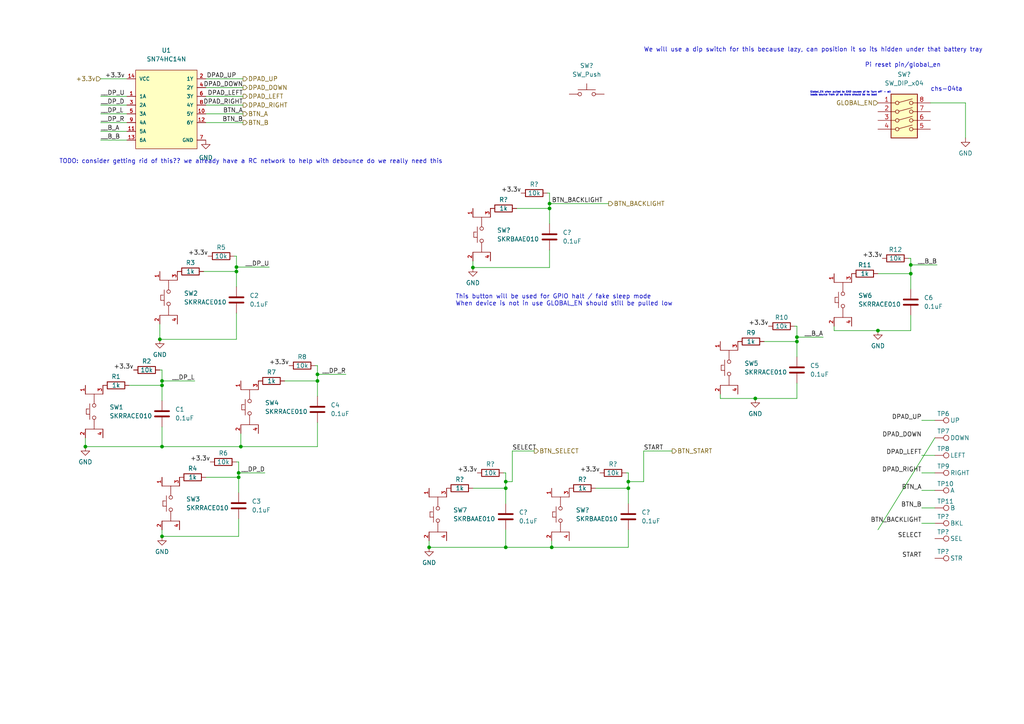
<source format=kicad_sch>
(kicad_sch (version 20210621) (generator eeschema)
  (paper "A4")
  (title_block (title "Gamepad buttons") (rev "indev"))
  (lib_symbols
    (symbol "Connector:TestPoint" (pin_numbers hide) (pin_names (offset 0.762) hide)
      (property "Reference" "TP" (at 0 6.858 0))
      (property "Value" "TestPoint" (at 0 5.08 0))
      (symbol "TestPoint_0_1"
        (circle (center 0 3.302) (radius 0.762))
      )
      (symbol "TestPoint_1_1"
        (pin passive line (at 0 0 90) (length 2.54) (name "1") (number "1"))
      )
    )
    (symbol "Device:C" (pin_numbers hide) (pin_names (offset 0.254))
      (property "Reference" "C" (at 0.635 2.54 0))
      (property "Value" "C" (at 0.635 -2.54 0))
      (symbol "C_0_1"
        (polyline (pts (xy -2.032 -0.762) (xy 2.032 -0.762)) (stroke (width 0.508)))
        (polyline (pts (xy -2.032 0.762) (xy 2.032 0.762)) (stroke (width 0.508)))
      )
      (symbol "C_1_1"
        (pin passive line (at 0 3.81 270) (length 2.794) (name "~") (number "1"))
        (pin passive line (at 0 -3.81 90) (length 2.794) (name "~") (number "2"))
      )
    )
    (symbol "Device:R" (pin_numbers hide) (pin_names (offset 0))
      (property "Reference" "R" (at 2.032 0 90))
      (property "Value" "R" (at 0 0 90))
      (symbol "R_0_1"
        (rectangle (start -1.016 -2.54) (end 1.016 2.54) (stroke (width 0.254)))
      )
      (symbol "R_1_1"
        (pin passive line (at 0 3.81 270) (length 1.27) (name "~") (number "1"))
        (pin passive line (at 0 -3.81 90) (length 1.27) (name "~") (number "2"))
      )
    )
    (symbol "EECBTN:SKRBAAE010" (pin_names (offset 1.016))
      (property "Reference" "SW" (at 0 2.54 0))
      (property "Value" "SKRBAAE010" (at 0 5.08 0))
      (symbol "SKRBAAE010_1_1"
        (circle (center 8.382 -2.54) (radius 0.508))
        (circle (center 11.938 -2.54) (radius 0.508))
        (polyline (pts (xy 5.08 0) (xy 5.08 -5.08)))
        (polyline (pts (xy 7.874 -2.54) (xy 5.08 -2.54)))
        (polyline (pts (xy 7.874 -1.27) (xy 12.446 -1.27)))
        (polyline (pts (xy 9.398 -1.27) (xy 9.398 -0.254)))
        (polyline (pts (xy 9.398 -0.254) (xy 10.922 -0.254)))
        (polyline (pts (xy 10.922 -0.254) (xy 10.922 -1.016)))
        (polyline (pts (xy 12.446 -2.54) (xy 15.24 -2.54)))
        (polyline (pts (xy 15.24 0) (xy 15.24 -5.08)))
        (pin passive line (at 17.78 0 180) (length 2.54) (name "1") (number "1"))
        (pin passive line (at 2.54 0 0) (length 2.54) (name "2") (number "2"))
        (pin passive line (at 17.78 -5.08 180) (length 2.54) (name "3") (number "3"))
        (pin passive line (at 2.54 -5.08 0) (length 2.54) (name "4") (number "4"))
      )
    )
    (symbol "EECBTN:SKRRACE010" (pin_names (offset 1.016))
      (property "Reference" "SW" (at 0 2.54 0))
      (property "Value" "SKRRACE010" (at 0 5.08 0))
      (symbol "SKRRACE010_1_1"
        (circle (center 8.382 -2.54) (radius 0.508))
        (circle (center 11.938 -2.54) (radius 0.508))
        (polyline (pts (xy 5.08 0) (xy 5.08 -5.08)))
        (polyline (pts (xy 7.874 -2.54) (xy 5.08 -2.54)))
        (polyline (pts (xy 7.874 -1.27) (xy 12.446 -1.27)))
        (polyline (pts (xy 9.398 -1.27) (xy 9.398 -0.254)))
        (polyline (pts (xy 9.398 -0.254) (xy 10.922 -0.254)))
        (polyline (pts (xy 10.922 -0.254) (xy 10.922 -1.016)))
        (polyline (pts (xy 12.446 -2.54) (xy 15.24 -2.54)))
        (polyline (pts (xy 15.24 0) (xy 15.24 -5.08)))
        (pin passive line (at 17.78 0 180) (length 2.54) (name "1") (number "1"))
        (pin passive line (at 2.54 0 0) (length 2.54) (name "2") (number "2"))
        (pin passive line (at 17.78 -5.08 180) (length 2.54) (name "3") (number "3"))
        (pin passive line (at 2.54 -5.08 0) (length 2.54) (name "4") (number "4"))
      )
    )
    (symbol "Switch:SW_DIP_x04" (pin_names (offset 0) hide)
      (property "Reference" "SW" (at 0 8.89 0))
      (property "Value" "SW_DIP_x04" (at 0 -6.35 0))
      (symbol "SW_DIP_x04_0_0"
        (circle (center -2.032 -2.54) (radius 0.508))
        (circle (center -2.032 0) (radius 0.508))
        (circle (center -2.032 2.54) (radius 0.508))
        (circle (center -2.032 5.08) (radius 0.508))
        (circle (center 2.032 -2.54) (radius 0.508))
        (circle (center 2.032 0) (radius 0.508))
        (circle (center 2.032 2.54) (radius 0.508))
        (circle (center 2.032 5.08) (radius 0.508))
        (polyline (pts (xy -1.524 -2.3876) (xy 2.3622 -1.3462)))
        (polyline (pts (xy -1.524 0.127) (xy 2.3622 1.1684)))
        (polyline (pts (xy -1.524 2.667) (xy 2.3622 3.7084)))
        (polyline (pts (xy -1.524 5.207) (xy 2.3622 6.2484)))
      )
      (symbol "SW_DIP_x04_0_1"
        (rectangle (start -3.81 7.62) (end 3.81 -5.08) (stroke (width 0.254)) (fill (type background)))
      )
      (symbol "SW_DIP_x04_1_1"
        (pin passive line (at -7.62 5.08 0) (length 5.08) (name "~") (number "1"))
        (pin passive line (at -7.62 2.54 0) (length 5.08) (name "~") (number "2"))
        (pin passive line (at -7.62 0 0) (length 5.08) (name "~") (number "3"))
        (pin passive line (at -7.62 -2.54 0) (length 5.08) (name "~") (number "4"))
        (pin passive line (at 7.62 -2.54 180) (length 5.08) (name "~") (number "5"))
        (pin passive line (at 7.62 0 180) (length 5.08) (name "~") (number "6"))
        (pin passive line (at 7.62 2.54 180) (length 5.08) (name "~") (number "7"))
        (pin passive line (at 7.62 5.08 180) (length 5.08) (name "~") (number "8"))
      )
    )
    (symbol "Switch:SW_Push" (pin_numbers hide) (pin_names (offset 1.016) hide)
      (property "Reference" "SW" (at 1.27 2.54 0))
      (property "Value" "SW_Push" (at 0 -1.524 0))
      (symbol "SW_Push_0_1"
        (circle (center -2.032 0) (radius 0.508))
        (circle (center 2.032 0) (radius 0.508))
        (polyline (pts (xy 0 1.27) (xy 0 3.048)))
        (polyline (pts (xy 2.54 1.27) (xy -2.54 1.27)))
        (pin passive line (at -5.08 0 0) (length 2.54) (name "1") (number "1"))
        (pin passive line (at 5.08 0 180) (length 2.54) (name "2") (number "2"))
      )
    )
    (symbol "TI74HC14N:SN74HC14N" (pin_names (offset 1.016))
      (property "Reference" "U" (at 0 5.08 0))
      (property "Value" "SN74HC14N" (at 0 7.62 0))
      (symbol "SN74HC14N_1_1"
        (rectangle (start 5.08 2.54) (end 22.86 -20.32) (fill (type background)))
        (pin unspecified line (at 2.54 -5.08 0) (length 2.54) (name "1A") (number "1"))
        (pin unspecified line (at 25.4 -10.16 180) (length 2.54) (name "5Y") (number "10"))
        (pin unspecified line (at 2.54 -15.24 0) (length 2.54) (name "5A") (number "11"))
        (pin unspecified line (at 25.4 -12.7 180) (length 2.54) (name "6Y") (number "12"))
        (pin unspecified line (at 2.54 -17.78 0) (length 2.54) (name "6A") (number "13"))
        (pin unspecified line (at 2.54 0 0) (length 2.54) (name "VCC") (number "14"))
        (pin unspecified line (at 25.4 0 180) (length 2.54) (name "1Y") (number "2"))
        (pin unspecified line (at 2.54 -7.62 0) (length 2.54) (name "2A") (number "3"))
        (pin unspecified line (at 25.4 -2.54 180) (length 2.54) (name "2Y") (number "4"))
        (pin unspecified line (at 2.54 -10.16 0) (length 2.54) (name "3A") (number "5"))
        (pin unspecified line (at 25.4 -5.08 180) (length 2.54) (name "3Y") (number "6"))
        (pin unspecified line (at 25.4 -17.78 180) (length 2.54) (name "GND") (number "7"))
        (pin unspecified line (at 25.4 -7.62 180) (length 2.54) (name "4Y") (number "8"))
        (pin unspecified line (at 2.54 -12.7 0) (length 2.54) (name "4A") (number "9"))
      )
    )
    (symbol "power:GND" (power) (pin_names (offset 0))
      (property "Value" "GND" (at 0 -3.81 0))
      (symbol "GND_0_1"
        (polyline (pts (xy 0 0) (xy 0 -1.27) (xy 1.27 -1.27) (xy 0 -2.54) (xy -1.27 -1.27) (xy 0 -1.27)))
      )
      (symbol "GND_1_1"
        (pin power_in line (at 0 0 270) (length 0) hide (name "GND") (number "1"))
      )
    )
  )
  (junction (at 24.765 129.54) (diameter 0.9144))
  (junction (at 46.355 98.425) (diameter 0.9144))
  (junction (at 46.99 110.49) (diameter 0.9144))
  (junction (at 46.99 111.76) (diameter 0.9144))
  (junction (at 46.99 129.54) (diameter 0.9144))
  (junction (at 46.99 155.575) (diameter 0.9144))
  (junction (at 68.58 77.47) (diameter 0.9144))
  (junction (at 68.58 78.74) (diameter 0.9144))
  (junction (at 69.215 137.16) (diameter 0.9144))
  (junction (at 69.215 138.43) (diameter 0.9144))
  (junction (at 69.85 129.54) (diameter 0.9144))
  (junction (at 92.075 108.585) (diameter 0.9144))
  (junction (at 92.075 110.49) (diameter 0.9144))
  (junction (at 124.46 158.75) (diameter 0.9144))
  (junction (at 137.16 77.597) (diameter 0.9144))
  (junction (at 146.685 139.7) (diameter 0.9144))
  (junction (at 146.685 141.605) (diameter 0.9144))
  (junction (at 146.685 158.75) (diameter 0.9144))
  (junction (at 159.385 59.055) (diameter 0.9144))
  (junction (at 159.385 60.452) (diameter 0.9144))
  (junction (at 160.02 158.75) (diameter 0.9144))
  (junction (at 182.245 139.7) (diameter 0.9144))
  (junction (at 182.245 141.605) (diameter 0.9144))
  (junction (at 219.075 115.57) (diameter 0.9144))
  (junction (at 231.14 97.79) (diameter 0.9144))
  (junction (at 231.14 99.06) (diameter 0.9144))
  (junction (at 254.635 95.885) (diameter 0.9144))
  (junction (at 264.16 76.835) (diameter 0.9144))
  (junction (at 264.16 79.375) (diameter 0.9144))
  (wire (pts (xy 24.765 127) (xy 24.765 129.54)))
  (wire (pts (xy 29.21 22.86) (xy 36.83 22.86)))
  (wire (pts (xy 29.21 27.94) (xy 36.83 27.94)))
  (wire (pts (xy 29.21 30.48) (xy 36.83 30.48)))
  (wire (pts (xy 29.21 33.02) (xy 36.83 33.02)))
  (wire (pts (xy 29.21 35.56) (xy 36.83 35.56)))
  (wire (pts (xy 29.21 38.1) (xy 36.83 38.1)))
  (wire (pts (xy 29.21 40.64) (xy 36.83 40.64)))
  (wire (pts (xy 37.465 111.76) (xy 46.99 111.76)))
  (wire (pts (xy 46.355 93.98) (xy 46.355 98.425)))
  (wire (pts (xy 46.355 98.425) (xy 68.58 98.425)))
  (wire (pts (xy 46.99 107.315) (xy 46.355 107.315)))
  (wire (pts (xy 46.99 107.315) (xy 46.99 110.49)))
  (wire (pts (xy 46.99 110.49) (xy 46.99 111.76)))
  (wire (pts (xy 46.99 110.49) (xy 56.515 110.49)))
  (wire (pts (xy 46.99 116.205) (xy 46.99 111.76)))
  (wire (pts (xy 46.99 123.825) (xy 46.99 129.54)))
  (wire (pts (xy 46.99 129.54) (xy 24.765 129.54)))
  (wire (pts (xy 46.99 153.67) (xy 46.99 155.575)))
  (wire (pts (xy 59.055 78.74) (xy 68.58 78.74)))
  (wire (pts (xy 59.69 22.86) (xy 70.485 22.86)))
  (wire (pts (xy 59.69 25.4) (xy 70.485 25.4)))
  (wire (pts (xy 59.69 27.94) (xy 70.485 27.94)))
  (wire (pts (xy 59.69 30.48) (xy 70.485 30.48)))
  (wire (pts (xy 59.69 33.02) (xy 70.485 33.02)))
  (wire (pts (xy 59.69 35.56) (xy 70.485 35.56)))
  (wire (pts (xy 59.69 138.43) (xy 69.215 138.43)))
  (wire (pts (xy 68.58 74.295) (xy 67.945 74.295)))
  (wire (pts (xy 68.58 74.295) (xy 68.58 77.47)))
  (wire (pts (xy 68.58 77.47) (xy 68.58 78.74)))
  (wire (pts (xy 68.58 77.47) (xy 78.105 77.47)))
  (wire (pts (xy 68.58 83.185) (xy 68.58 78.74)))
  (wire (pts (xy 68.58 90.805) (xy 68.58 98.425)))
  (wire (pts (xy 69.215 133.985) (xy 68.58 133.985)))
  (wire (pts (xy 69.215 137.16) (xy 69.215 133.985)))
  (wire (pts (xy 69.215 137.16) (xy 76.835 137.16)))
  (wire (pts (xy 69.215 138.43) (xy 69.215 137.16)))
  (wire (pts (xy 69.215 142.875) (xy 69.215 138.43)))
  (wire (pts (xy 69.215 150.495) (xy 69.215 155.575)))
  (wire (pts (xy 69.215 155.575) (xy 46.99 155.575)))
  (wire (pts (xy 69.85 125.73) (xy 69.85 129.54)))
  (wire (pts (xy 69.85 129.54) (xy 46.99 129.54)))
  (wire (pts (xy 82.55 110.49) (xy 92.075 110.49)))
  (wire (pts (xy 92.075 106.045) (xy 91.44 106.045)))
  (wire (pts (xy 92.075 106.045) (xy 92.075 108.585)))
  (wire (pts (xy 92.075 108.585) (xy 92.075 110.49)))
  (wire (pts (xy 92.075 114.935) (xy 92.075 110.49)))
  (wire (pts (xy 92.075 122.555) (xy 92.075 129.54)))
  (wire (pts (xy 92.075 129.54) (xy 69.85 129.54)))
  (wire (pts (xy 100.33 108.585) (xy 92.075 108.585)))
  (wire (pts (xy 124.46 156.845) (xy 124.46 158.75)))
  (wire (pts (xy 137.16 75.692) (xy 137.16 77.597)))
  (wire (pts (xy 137.16 141.605) (xy 146.685 141.605)))
  (wire (pts (xy 146.685 137.16) (xy 146.05 137.16)))
  (wire (pts (xy 146.685 137.16) (xy 146.685 139.7)))
  (wire (pts (xy 146.685 139.7) (xy 146.685 141.605)))
  (wire (pts (xy 146.685 139.7) (xy 148.59 139.7)))
  (wire (pts (xy 146.685 146.05) (xy 146.685 141.605)))
  (wire (pts (xy 146.685 153.67) (xy 146.685 158.75)))
  (wire (pts (xy 146.685 158.75) (xy 124.46 158.75)))
  (wire (pts (xy 146.685 158.75) (xy 160.02 158.75)))
  (wire (pts (xy 148.59 130.81) (xy 148.59 139.7)))
  (wire (pts (xy 148.59 130.81) (xy 154.94 130.81)))
  (wire (pts (xy 149.86 60.452) (xy 159.385 60.452)))
  (wire (pts (xy 159.385 56.007) (xy 158.75 56.007)))
  (wire (pts (xy 159.385 56.007) (xy 159.385 59.055)))
  (wire (pts (xy 159.385 59.055) (xy 159.385 60.452)))
  (wire (pts (xy 159.385 59.055) (xy 176.53 59.055)))
  (wire (pts (xy 159.385 64.897) (xy 159.385 60.452)))
  (wire (pts (xy 159.385 72.517) (xy 159.385 77.597)))
  (wire (pts (xy 159.385 77.597) (xy 137.16 77.597)))
  (wire (pts (xy 160.02 156.845) (xy 160.02 158.75)))
  (wire (pts (xy 172.72 141.605) (xy 182.245 141.605)))
  (wire (pts (xy 182.245 137.16) (xy 181.61 137.16)))
  (wire (pts (xy 182.245 137.16) (xy 182.245 139.7)))
  (wire (pts (xy 182.245 139.7) (xy 182.245 141.605)))
  (wire (pts (xy 182.245 139.7) (xy 186.69 139.7)))
  (wire (pts (xy 182.245 146.05) (xy 182.245 141.605)))
  (wire (pts (xy 182.245 153.67) (xy 182.245 158.75)))
  (wire (pts (xy 182.245 158.75) (xy 160.02 158.75)))
  (wire (pts (xy 186.69 130.81) (xy 186.69 139.7)))
  (wire (pts (xy 186.69 130.81) (xy 194.945 130.81)))
  (wire (pts (xy 208.915 114.3) (xy 208.915 115.57)))
  (wire (pts (xy 219.075 115.57) (xy 208.915 115.57)))
  (wire (pts (xy 221.615 99.06) (xy 231.14 99.06)))
  (wire (pts (xy 231.14 94.615) (xy 230.505 94.615)))
  (wire (pts (xy 231.14 97.79) (xy 231.14 94.615)))
  (wire (pts (xy 231.14 97.79) (xy 238.76 97.79)))
  (wire (pts (xy 231.14 99.06) (xy 231.14 97.79)))
  (wire (pts (xy 231.14 103.505) (xy 231.14 99.06)))
  (wire (pts (xy 231.14 111.125) (xy 231.14 115.57)))
  (wire (pts (xy 231.14 115.57) (xy 219.075 115.57)))
  (wire (pts (xy 241.935 94.615) (xy 241.935 95.885)))
  (wire (pts (xy 241.935 95.885) (xy 254.635 95.885)))
  (wire (pts (xy 254.635 79.375) (xy 264.16 79.375)))
  (wire (pts (xy 254.635 153.67) (xy 271.145 127)))
  (wire (pts (xy 264.16 74.93) (xy 263.525 74.93)))
  (wire (pts (xy 264.16 74.93) (xy 264.16 76.835)))
  (wire (pts (xy 264.16 76.835) (xy 264.16 79.375)))
  (wire (pts (xy 264.16 83.82) (xy 264.16 79.375)))
  (wire (pts (xy 264.16 91.44) (xy 264.16 95.885)))
  (wire (pts (xy 264.16 95.885) (xy 254.635 95.885)))
  (wire (pts (xy 267.335 121.92) (xy 271.145 121.92)))
  (wire (pts (xy 267.335 132.08) (xy 271.145 132.08)))
  (wire (pts (xy 267.335 137.16) (xy 271.145 137.16)))
  (wire (pts (xy 267.335 142.24) (xy 271.145 142.24)))
  (wire (pts (xy 267.335 147.32) (xy 271.145 147.32)))
  (wire (pts (xy 267.335 151.765) (xy 271.145 151.765)))
  (wire (pts (xy 271.78 76.835) (xy 264.16 76.835)))
  (wire (pts (xy 280.035 29.845) (xy 269.875 29.845)))
  (wire (pts (xy 280.035 40.005) (xy 280.035 29.845)))
  (text "TODO: consider getting rid of this?? we already have a RC network to help with debounce do we really need this\n" (at 17.145 47.625 0) (effects (font (size 1.27 1.27)) (justify left bottom)))
  (text "This button will be used for GPIO halt / fake sleep mode\nWhen device is not in use GLOBAL_EN should still be pulled low" (at 132.08 88.9 0) (effects (font (size 1.27 1.27)) (justify left bottom)))
  (text "We will use a dip switch for this because lazy, can position it so its hidden under that battery tray" (at 186.69 15.24 0) (effects (font (size 1.27 1.27)) (justify left bottom)))
  (text "Global_EN when pulled to GND causes pi to 'turn off' - all \nloads source from pi so there should be no load" (at 234.95 27.94 0) (effects (font (size 0.508 0.508)) (justify left bottom)))
  (text "Pi reset pin/global_en" (at 250.825 19.685 0) (effects (font (size 1.27 1.27)) (justify left bottom)))
  (text "chs-04ta\n" (at 269.875 26.67 0) (effects (font (size 1.27 1.27)) (justify left bottom)))
  (label "__DP_U" (at 29.21 27.94 0))
  (label "__DP_D" (at 29.21 30.48 0))
  (label "__DP_L" (at 29.21 33.02 0))
  (label "__DP_R" (at 29.21 35.56 0))
  (label "__B_A" (at 29.21 38.1 0))
  (label "__B_B" (at 29.21 40.64 0))
  (label "+3.3v" (at 36.195 22.86 180))
  (label "+3.3v" (at 38.735 107.315 180))
  (label "__DP_L" (at 56.515 110.49 180))
  (label "+3.3v" (at 60.325 74.295 180))
  (label "+3.3v" (at 60.96 133.985 180))
  (label "DPAD_UP" (at 68.58 22.86 180))
  (label "DPAD_DOWN" (at 70.485 25.4 180))
  (label "DPAD_LEFT" (at 70.485 27.94 180))
  (label "DPAD_RIGHT" (at 70.485 30.48 180))
  (label "BTN_A" (at 70.485 33.02 180))
  (label "BTN_B" (at 70.485 35.56 180))
  (label "__DP_D" (at 76.835 137.16 180))
  (label "__DP_U" (at 78.105 77.47 180))
  (label "+3.3v" (at 83.82 106.045 180))
  (label "__DP_R" (at 100.33 108.585 180))
  (label "+3.3v" (at 138.43 137.16 180))
  (label "SELECT" (at 148.59 130.81 0))
  (label "+3.3v" (at 151.13 56.007 180))
  (label "BTN_BACKLIGHT" (at 160.02 59.055 0))
  (label "+3.3v" (at 173.99 137.16 180))
  (label "START" (at 186.69 130.81 0))
  (label "+3.3v" (at 222.885 94.615 180))
  (label "__B_A" (at 238.76 97.79 180))
  (label "+3.3v" (at 255.905 74.93 180))
  (label "DPAD_UP" (at 267.335 121.92 180))
  (label "DPAD_DOWN" (at 267.335 127 180))
  (label "DPAD_LEFT" (at 267.335 132.08 180))
  (label "DPAD_RIGHT" (at 267.335 137.16 180))
  (label "BTN_A" (at 267.335 142.24 180))
  (label "BTN_B" (at 267.335 147.32 180))
  (label "BTN_BACKLIGHT" (at 267.335 151.765 180))
  (label "SELECT" (at 267.335 156.21 180))
  (label "START" (at 267.335 161.925 180))
  (label "__B_B" (at 271.78 76.835 180))
  (hierarchical_label "+3.3v" (shape input) (at 29.21 22.86 180))
  (hierarchical_label "DPAD_UP" (shape output) (at 70.485 22.86 0))
  (hierarchical_label "DPAD_DOWN" (shape output) (at 70.485 25.4 0))
  (hierarchical_label "DPAD_LEFT" (shape output) (at 70.485 27.94 0))
  (hierarchical_label "DPAD_RIGHT" (shape output) (at 70.485 30.48 0))
  (hierarchical_label "BTN_A" (shape output) (at 70.485 33.02 0))
  (hierarchical_label "BTN_B" (shape output) (at 70.485 35.56 0))
  (hierarchical_label "BTN_SELECT" (shape output) (at 154.94 130.81 0))
  (hierarchical_label "BTN_BACKLIGHT" (shape output) (at 176.53 59.055 0))
  (hierarchical_label "BTN_START" (shape output) (at 194.945 130.81 0))
  (hierarchical_label "GLOBAL_EN" (shape input) (at 254.635 29.845 180))
  (symbol (lib_id "Connector:TestPoint") (at 271.145 121.92 270) (unit 1)
    (property "Reference" "TP6" (at 271.78 120.0149 90) (effects (justify left)))
    (property "Value" "UP" (at 275.59 121.9199 90) (effects (justify left)))
    (property "Footprint" "TestPoint:TestPoint_Pad_2.0x2.0mm" (effects hide))
  )
  (symbol (lib_id "Connector:TestPoint") (at 271.145 127 270) (unit 1)
    (property "Reference" "TP7" (at 271.78 125.0949 90) (effects (justify left)))
    (property "Value" "DOWN" (at 275.59 126.9999 90) (effects (justify left)))
    (property "Footprint" "TestPoint:TestPoint_Pad_2.0x2.0mm" (effects hide))
  )
  (symbol (lib_id "Connector:TestPoint") (at 271.145 132.08 270) (unit 1)
    (property "Reference" "TP8" (at 271.78 130.1749 90) (effects (justify left)))
    (property "Value" "LEFT" (at 275.59 132.0799 90) (effects (justify left)))
    (property "Footprint" "TestPoint:TestPoint_Pad_2.0x2.0mm" (effects hide))
  )
  (symbol (lib_id "Connector:TestPoint") (at 271.145 137.16 270) (unit 1)
    (property "Reference" "TP9" (at 271.78 135.2549 90) (effects (justify left)))
    (property "Value" "RIGHT" (at 275.59 137.1599 90) (effects (justify left)))
    (property "Footprint" "TestPoint:TestPoint_Pad_2.0x2.0mm" (effects hide))
  )
  (symbol (lib_id "Connector:TestPoint") (at 271.145 142.24 270) (unit 1)
    (property "Reference" "TP10" (at 271.78 140.3349 90) (effects (justify left)))
    (property "Value" "A" (at 275.59 142.2399 90) (effects (justify left)))
    (property "Footprint" "TestPoint:TestPoint_Pad_2.0x2.0mm" (effects hide))
  )
  (symbol (lib_id "Connector:TestPoint") (at 271.145 147.32 270) (unit 1)
    (property "Reference" "TP11" (at 271.78 145.4149 90) (effects (justify left)))
    (property "Value" "B" (at 275.59 147.3199 90) (effects (justify left)))
    (property "Footprint" "TestPoint:TestPoint_Pad_2.0x2.0mm" (effects hide))
  )
  (symbol (lib_id "Connector:TestPoint") (at 271.145 151.765 270) (unit 1)
    (property "Reference" "TP?" (at 271.78 149.8599 90) (effects (justify left)))
    (property "Value" "BKL" (at 275.59 151.7649 90) (effects (justify left)))
    (property "Footprint" "TestPoint:TestPoint_Pad_2.0x2.0mm" (effects hide))
  )
  (symbol (lib_id "Connector:TestPoint") (at 271.145 156.21 270) (unit 1)
    (property "Reference" "TP?" (at 271.78 154.3049 90) (effects (justify left)))
    (property "Value" "SEL" (at 275.59 156.2099 90) (effects (justify left)))
    (property "Footprint" "TestPoint:TestPoint_Pad_2.0x2.0mm" (effects hide))
  )
  (symbol (lib_id "Connector:TestPoint") (at 271.145 161.925 270) (unit 1)
    (property "Reference" "TP?" (at 271.78 160.0199 90) (effects (justify left)))
    (property "Value" "STR" (at 275.59 161.9249 90) (effects (justify left)))
    (property "Footprint" "TestPoint:TestPoint_Pad_2.0x2.0mm" (effects hide))
  )
  (symbol (lib_id "power:GND") (at 24.765 129.54 0) (unit 1)
    (property "Reference" "#PWR03" (effects hide))
    (property "Value" "GND" (at 24.765 133.985 0))
  )
  (symbol (lib_id "power:GND") (at 46.355 98.425 0) (unit 1)
    (property "Reference" "#PWR04" (effects hide))
    (property "Value" "GND" (at 46.355 102.87 0))
  )
  (symbol (lib_id "power:GND") (at 46.99 155.575 0) (unit 1)
    (property "Reference" "#PWR0103" (effects hide))
    (property "Value" "GND" (at 46.99 160.02 0))
  )
  (symbol (lib_id "power:GND") (at 59.69 40.64 0) (unit 1)
    (property "Reference" "#PWR05" (effects hide))
    (property "Value" "GND" (at 59.69 45.72 0))
  )
  (symbol (lib_id "power:GND") (at 124.46 158.75 0) (unit 1)
    (property "Reference" "#PWR?" (effects hide))
    (property "Value" "GND" (at 124.46 163.195 0))
  )
  (symbol (lib_id "power:GND") (at 137.16 77.597 0) (unit 1)
    (property "Reference" "#PWR?" (effects hide))
    (property "Value" "GND" (at 137.16 82.042 0))
  )
  (symbol (lib_id "power:GND") (at 219.075 115.57 0) (unit 1)
    (property "Reference" "#PWR0102" (effects hide))
    (property "Value" "GND" (at 219.075 120.015 0))
  )
  (symbol (lib_id "power:GND") (at 254.635 95.885 0) (unit 1)
    (property "Reference" "#PWR06" (effects hide))
    (property "Value" "GND" (at 254.635 100.33 0))
  )
  (symbol (lib_id "power:GND") (at 280.035 40.005 0) (unit 1)
    (property "Reference" "#PWR?" (effects hide))
    (property "Value" "GND" (at 280.035 44.45 0))
  )
  (symbol (lib_id "Device:R") (at 33.655 111.76 90) (unit 1)
    (property "Reference" "R1" (at 33.655 109.22 90))
    (property "Value" "1k" (at 33.655 111.76 90))
    (property "Footprint" "Resistor_SMD:R_0805_2012Metric_Pad1.20x1.40mm_HandSolder" (effects hide))
  )
  (symbol (lib_id "Device:R") (at 42.545 107.315 90) (unit 1)
    (property "Reference" "R2" (at 42.545 104.775 90))
    (property "Value" "10k" (at 42.545 107.315 90))
    (property "Footprint" "Resistor_SMD:R_0805_2012Metric_Pad1.20x1.40mm_HandSolder" (effects hide))
  )
  (symbol (lib_id "Device:R") (at 55.245 78.74 90) (unit 1)
    (property "Reference" "R3" (at 55.245 76.2 90))
    (property "Value" "1k" (at 55.245 78.74 90))
    (property "Footprint" "Resistor_SMD:R_0805_2012Metric_Pad1.20x1.40mm_HandSolder" (effects hide))
  )
  (symbol (lib_id "Device:R") (at 55.88 138.43 90) (unit 1)
    (property "Reference" "R4" (at 55.88 135.89 90))
    (property "Value" "1k" (at 55.88 138.43 90))
    (property "Footprint" "Resistor_SMD:R_0805_2012Metric_Pad1.20x1.40mm_HandSolder" (effects hide))
  )
  (symbol (lib_id "Device:R") (at 64.135 74.295 90) (unit 1)
    (property "Reference" "R5" (at 64.135 71.755 90))
    (property "Value" "10k" (at 64.135 74.295 90))
    (property "Footprint" "Resistor_SMD:R_0805_2012Metric_Pad1.20x1.40mm_HandSolder" (effects hide))
  )
  (symbol (lib_id "Device:R") (at 64.77 133.985 90) (unit 1)
    (property "Reference" "R6" (at 64.77 131.445 90))
    (property "Value" "10k" (at 64.77 133.985 90))
    (property "Footprint" "Resistor_SMD:R_0805_2012Metric_Pad1.20x1.40mm_HandSolder" (effects hide))
  )
  (symbol (lib_id "Device:R") (at 78.74 110.49 90) (unit 1)
    (property "Reference" "R7" (at 78.74 107.95 90))
    (property "Value" "1k" (at 78.74 110.49 90))
    (property "Footprint" "Resistor_SMD:R_0805_2012Metric_Pad1.20x1.40mm_HandSolder" (effects hide))
  )
  (symbol (lib_id "Device:R") (at 87.63 106.045 90) (unit 1)
    (property "Reference" "R8" (at 87.63 103.505 90))
    (property "Value" "10k" (at 87.63 106.045 90))
    (property "Footprint" "Resistor_SMD:R_0805_2012Metric_Pad1.20x1.40mm_HandSolder" (effects hide))
  )
  (symbol (lib_id "Device:R") (at 133.35 141.605 90) (unit 1)
    (property "Reference" "R?" (at 133.35 139.065 90))
    (property "Value" "1k" (at 133.35 141.605 90))
    (property "Footprint" "Resistor_SMD:R_0805_2012Metric_Pad1.20x1.40mm_HandSolder" (effects hide))
  )
  (symbol (lib_id "Device:R") (at 142.24 137.16 90) (unit 1)
    (property "Reference" "R?" (at 142.24 134.62 90))
    (property "Value" "10k" (at 142.24 137.16 90))
    (property "Footprint" "Resistor_SMD:R_0805_2012Metric_Pad1.20x1.40mm_HandSolder" (effects hide))
  )
  (symbol (lib_id "Device:R") (at 146.05 60.452 90) (unit 1)
    (property "Reference" "R?" (at 146.05 57.912 90))
    (property "Value" "1k" (at 146.05 60.452 90))
    (property "Footprint" "Resistor_SMD:R_0805_2012Metric_Pad1.20x1.40mm_HandSolder" (effects hide))
  )
  (symbol (lib_id "Device:R") (at 154.94 56.007 90) (unit 1)
    (property "Reference" "R?" (at 154.94 53.467 90))
    (property "Value" "10k" (at 154.94 56.007 90))
    (property "Footprint" "Resistor_SMD:R_0805_2012Metric_Pad1.20x1.40mm_HandSolder" (effects hide))
  )
  (symbol (lib_id "Device:R") (at 168.91 141.605 90) (unit 1)
    (property "Reference" "R?" (at 168.91 139.065 90))
    (property "Value" "1k" (at 168.91 141.605 90))
    (property "Footprint" "Resistor_SMD:R_0805_2012Metric_Pad1.20x1.40mm_HandSolder" (effects hide))
  )
  (symbol (lib_id "Device:R") (at 177.8 137.16 90) (unit 1)
    (property "Reference" "R?" (at 177.8 134.62 90))
    (property "Value" "10k" (at 177.8 137.16 90))
    (property "Footprint" "Resistor_SMD:R_0805_2012Metric_Pad1.20x1.40mm_HandSolder" (effects hide))
  )
  (symbol (lib_id "Device:R") (at 217.805 99.06 90) (unit 1)
    (property "Reference" "R9" (at 217.805 96.52 90))
    (property "Value" "1k" (at 217.805 99.06 90))
    (property "Footprint" "Resistor_SMD:R_0805_2012Metric_Pad1.20x1.40mm_HandSolder" (effects hide))
  )
  (symbol (lib_id "Device:R") (at 226.695 94.615 90) (unit 1)
    (property "Reference" "R10" (at 226.695 92.075 90))
    (property "Value" "10k" (at 226.695 94.615 90))
    (property "Footprint" "Resistor_SMD:R_0805_2012Metric_Pad1.20x1.40mm_HandSolder" (effects hide))
  )
  (symbol (lib_id "Device:R") (at 250.825 79.375 90) (unit 1)
    (property "Reference" "R11" (at 250.825 76.835 90))
    (property "Value" "1k" (at 250.825 79.375 90))
    (property "Footprint" "Resistor_SMD:R_0805_2012Metric_Pad1.20x1.40mm_HandSolder" (effects hide))
  )
  (symbol (lib_id "Device:R") (at 259.715 74.93 90) (unit 1)
    (property "Reference" "R12" (at 259.715 72.39 90))
    (property "Value" "10k" (at 259.715 74.93 90))
    (property "Footprint" "Resistor_SMD:R_0805_2012Metric_Pad1.20x1.40mm_HandSolder" (effects hide))
  )
  (symbol (lib_id "Device:C") (at 46.99 120.015 180) (unit 1)
    (property "Reference" "C1" (at 50.8 118.7449 0) (effects (justify right)))
    (property "Value" "0.1uF" (at 50.8 121.2849 0) (effects (justify right)))
    (property "Footprint" "Capacitor_SMD:C_0504_1310Metric_Pad0.83x1.28mm_HandSolder" (effects hide))
  )
  (symbol (lib_id "Device:C") (at 68.58 86.995 0) (unit 1)
    (property "Reference" "C2" (at 72.39 85.7249 0) (effects (justify left)))
    (property "Value" "0.1uF" (at 72.39 88.2649 0) (effects (justify left)))
    (property "Footprint" "Capacitor_SMD:C_0504_1310Metric_Pad0.83x1.28mm_HandSolder" (effects hide))
  )
  (symbol (lib_id "Device:C") (at 69.215 146.685 0) (unit 1)
    (property "Reference" "C3" (at 73.025 145.4149 0) (effects (justify left)))
    (property "Value" "0.1uF" (at 73.025 147.9549 0) (effects (justify left)))
    (property "Footprint" "Capacitor_SMD:C_0504_1310Metric_Pad0.83x1.28mm_HandSolder" (effects hide))
  )
  (symbol (lib_id "Device:C") (at 92.075 118.745 0) (unit 1)
    (property "Reference" "C4" (at 95.885 117.4749 0) (effects (justify left)))
    (property "Value" "0.1uF" (at 95.885 120.0149 0) (effects (justify left)))
    (property "Footprint" "Capacitor_SMD:C_0504_1310Metric_Pad0.83x1.28mm_HandSolder" (effects hide))
  )
  (symbol (lib_id "Device:C") (at 146.685 149.86 0) (unit 1)
    (property "Reference" "C?" (at 150.495 148.5899 0) (effects (justify left)))
    (property "Value" "0.1uF" (at 150.495 151.1299 0) (effects (justify left)))
    (property "Footprint" "Capacitor_SMD:C_0504_1310Metric_Pad0.83x1.28mm_HandSolder" (effects hide))
  )
  (symbol (lib_id "Device:C") (at 159.385 68.707 0) (unit 1)
    (property "Reference" "C?" (at 163.195 67.4369 0) (effects (justify left)))
    (property "Value" "0.1uF" (at 163.195 69.9769 0) (effects (justify left)))
    (property "Footprint" "Capacitor_SMD:C_0504_1310Metric_Pad0.83x1.28mm_HandSolder" (effects hide))
  )
  (symbol (lib_id "Device:C") (at 182.245 149.86 0) (unit 1)
    (property "Reference" "C?" (at 186.055 148.5899 0) (effects (justify left)))
    (property "Value" "0.1uF" (at 186.055 151.1299 0) (effects (justify left)))
    (property "Footprint" "Capacitor_SMD:C_0504_1310Metric_Pad0.83x1.28mm_HandSolder" (effects hide))
  )
  (symbol (lib_id "Device:C") (at 231.14 107.315 0) (unit 1)
    (property "Reference" "C5" (at 234.95 106.0449 0) (effects (justify left)))
    (property "Value" "0.1uF" (at 234.95 108.5849 0) (effects (justify left)))
    (property "Footprint" "Capacitor_SMD:C_0504_1310Metric_Pad0.83x1.28mm_HandSolder" (effects hide))
  )
  (symbol (lib_id "Device:C") (at 264.16 87.63 0) (unit 1)
    (property "Reference" "C6" (at 267.97 86.3599 0) (effects (justify left)))
    (property "Value" "0.1uF" (at 267.97 88.8999 0) (effects (justify left)))
    (property "Footprint" "Capacitor_SMD:C_0504_1310Metric_Pad0.83x1.28mm_HandSolder" (effects hide))
  )
  (symbol (lib_id "Switch:SW_Push") (at 170.18 27.305 0) (unit 1)
    (property "Reference" "SW?" (at 170.18 19.05 0))
    (property "Value" "SW_Push" (at 170.18 21.59 0))
  )
  (symbol (lib_id "EECBTN:SKRRACE010") (at 24.765 129.54 90) (unit 1)
    (property "Reference" "SW1" (at 31.75 118.1099 90) (effects (justify right)))
    (property "Value" "SKRRACE010" (at 31.75 120.6499 90) (effects (justify right)))
    (property "Footprint" "eec:ALPS-SKRRACE010-0-0-MFG" (effects hide))
    (property "Datasheet" "https://www.alps.com/prod/info/E/HTML/Tact/SurfaceMount/SKRR/SKRRACE010.html#Land%20Dimensions" (effects hide))
    (property "automotive" "No" (effects hide))
    (property "category" "Switch" (effects hide))
    (property "contact current rating" "50mA" (effects hide))
    (property "contact resistance" "500mΩ" (effects hide))
    (property "device class L1" "Electromechanical" (effects hide))
    (property "device class L2" "Switches" (effects hide))
    (property "device class L3" "Tactile Switches" (effects hide))
    (property "electromechanical life" "5000000Cycles" (effects hide))
    (property "height" "0.75mm" (effects hide))
    (property "lead free" "Yes" (effects hide))
    (property "library id" "d149e0fe2bdab275" (effects hide))
    (property "manufacturer" "ALPS" (effects hide))
    (property "mouser description" "Switch Tactile N.O. SPST Flush Round Button 0.05A 12VDC 2N SMD T/R" (effects hide))
    (property "mouser part number" "688-SKRRACE010" (effects hide))
    (property "operating force" "2N" (effects hide))
    (property "package" "SMT_SW_TACT_7MM5_7MM0" (effects hide))
    (property "rohs" "Yes" (effects hide))
    (property "temperature range high" "+85°C" (effects hide))
    (property "temperature range low" "-30°C" (effects hide))
    (property "throw configuration" "SPST" (effects hide))
    (property "voltage rating DC" "12V" (effects hide))
  )
  (symbol (lib_id "EECBTN:SKRRACE010") (at 46.355 96.52 90) (unit 1)
    (property "Reference" "SW2" (at 53.34 85.0899 90) (effects (justify right)))
    (property "Value" "SKRRACE010" (at 53.34 87.6299 90) (effects (justify right)))
    (property "Footprint" "eec:ALPS-SKRRACE010-0-0-MFG" (effects hide))
    (property "Datasheet" "https://www.alps.com/prod/info/E/HTML/Tact/SurfaceMount/SKRR/SKRRACE010.html#Land%20Dimensions" (effects hide))
    (property "automotive" "No" (effects hide))
    (property "category" "Switch" (effects hide))
    (property "contact current rating" "50mA" (effects hide))
    (property "contact resistance" "500mΩ" (effects hide))
    (property "device class L1" "Electromechanical" (effects hide))
    (property "device class L2" "Switches" (effects hide))
    (property "device class L3" "Tactile Switches" (effects hide))
    (property "electromechanical life" "5000000Cycles" (effects hide))
    (property "height" "0.75mm" (effects hide))
    (property "lead free" "Yes" (effects hide))
    (property "library id" "d149e0fe2bdab275" (effects hide))
    (property "manufacturer" "ALPS" (effects hide))
    (property "mouser description" "Switch Tactile N.O. SPST Flush Round Button 0.05A 12VDC 2N SMD T/R" (effects hide))
    (property "mouser part number" "688-SKRRACE010" (effects hide))
    (property "operating force" "2N" (effects hide))
    (property "package" "SMT_SW_TACT_7MM5_7MM0" (effects hide))
    (property "rohs" "Yes" (effects hide))
    (property "temperature range high" "+85°C" (effects hide))
    (property "temperature range low" "-30°C" (effects hide))
    (property "throw configuration" "SPST" (effects hide))
    (property "voltage rating DC" "12V" (effects hide))
  )
  (symbol (lib_id "EECBTN:SKRRACE010") (at 46.99 156.21 90) (unit 1)
    (property "Reference" "SW3" (at 53.975 144.7799 90) (effects (justify right)))
    (property "Value" "SKRRACE010" (at 53.975 147.3199 90) (effects (justify right)))
    (property "Footprint" "eec:ALPS-SKRRACE010-0-0-MFG" (effects hide))
    (property "Datasheet" "https://www.alps.com/prod/info/E/HTML/Tact/SurfaceMount/SKRR/SKRRACE010.html#Land%20Dimensions" (effects hide))
    (property "automotive" "No" (effects hide))
    (property "category" "Switch" (effects hide))
    (property "contact current rating" "50mA" (effects hide))
    (property "contact resistance" "500mΩ" (effects hide))
    (property "device class L1" "Electromechanical" (effects hide))
    (property "device class L2" "Switches" (effects hide))
    (property "device class L3" "Tactile Switches" (effects hide))
    (property "electromechanical life" "5000000Cycles" (effects hide))
    (property "height" "0.75mm" (effects hide))
    (property "lead free" "Yes" (effects hide))
    (property "library id" "d149e0fe2bdab275" (effects hide))
    (property "manufacturer" "ALPS" (effects hide))
    (property "mouser description" "Switch Tactile N.O. SPST Flush Round Button 0.05A 12VDC 2N SMD T/R" (effects hide))
    (property "mouser part number" "688-SKRRACE010" (effects hide))
    (property "operating force" "2N" (effects hide))
    (property "package" "SMT_SW_TACT_7MM5_7MM0" (effects hide))
    (property "rohs" "Yes" (effects hide))
    (property "temperature range high" "+85°C" (effects hide))
    (property "temperature range low" "-30°C" (effects hide))
    (property "throw configuration" "SPST" (effects hide))
    (property "voltage rating DC" "12V" (effects hide))
  )
  (symbol (lib_id "EECBTN:SKRRACE010") (at 69.85 128.27 90) (unit 1)
    (property "Reference" "SW4" (at 76.835 116.8399 90) (effects (justify right)))
    (property "Value" "SKRRACE010" (at 76.835 119.3799 90) (effects (justify right)))
    (property "Footprint" "eec:ALPS-SKRRACE010-0-0-MFG" (effects hide))
    (property "Datasheet" "https://www.alps.com/prod/info/E/HTML/Tact/SurfaceMount/SKRR/SKRRACE010.html#Land%20Dimensions" (effects hide))
    (property "automotive" "No" (effects hide))
    (property "category" "Switch" (effects hide))
    (property "contact current rating" "50mA" (effects hide))
    (property "contact resistance" "500mΩ" (effects hide))
    (property "device class L1" "Electromechanical" (effects hide))
    (property "device class L2" "Switches" (effects hide))
    (property "device class L3" "Tactile Switches" (effects hide))
    (property "electromechanical life" "5000000Cycles" (effects hide))
    (property "height" "0.75mm" (effects hide))
    (property "lead free" "Yes" (effects hide))
    (property "library id" "d149e0fe2bdab275" (effects hide))
    (property "manufacturer" "ALPS" (effects hide))
    (property "mouser description" "Switch Tactile N.O. SPST Flush Round Button 0.05A 12VDC 2N SMD T/R" (effects hide))
    (property "mouser part number" "688-SKRRACE010" (effects hide))
    (property "operating force" "2N" (effects hide))
    (property "package" "SMT_SW_TACT_7MM5_7MM0" (effects hide))
    (property "rohs" "Yes" (effects hide))
    (property "temperature range high" "+85°C" (effects hide))
    (property "temperature range low" "-30°C" (effects hide))
    (property "throw configuration" "SPST" (effects hide))
    (property "voltage rating DC" "12V" (effects hide))
  )
  (symbol (lib_id "EECBTN:SKRBAAE010") (at 124.46 159.385 90) (unit 1)
    (property "Reference" "SW7" (at 131.445 147.9549 90) (effects (justify right)))
    (property "Value" "SKRBAAE010" (at 131.445 150.4949 90) (effects (justify right)))
    (property "Footprint" "eec:SKRBAAE010" (effects hide))
    (property "Datasheet" "https://www.alps.com/prod/info/E/HTML/Tact/SurfaceMount/SKRR/SKRRACE010.html#Land%20Dimensions" (effects hide))
    (property "automotive" "No" (effects hide))
    (property "category" "Switch" (effects hide))
    (property "contact current rating" "50mA" (effects hide))
    (property "contact resistance" "500mΩ" (effects hide))
    (property "device class L1" "Electromechanical" (effects hide))
    (property "device class L2" "Switches" (effects hide))
    (property "device class L3" "Tactile Switches" (effects hide))
    (property "electromechanical life" "5000000Cycles" (effects hide))
    (property "height" "0.75mm" (effects hide))
    (property "lead free" "Yes" (effects hide))
    (property "library id" "d149e0fe2bdab275" (effects hide))
    (property "manufacturer" "ALPS" (effects hide))
    (property "mouser description" "Switch Tactile N.O. SPST Flush Round Button 0.05A 12VDC 2N SMD T/R" (effects hide))
    (property "mouser part number" "688-SKRRACE010" (effects hide))
    (property "operating force" "2N" (effects hide))
    (property "package" "SMT_SW_TACT_7MM5_7MM0" (effects hide))
    (property "rohs" "Yes" (effects hide))
    (property "temperature range high" "+85°C" (effects hide))
    (property "temperature range low" "-30°C" (effects hide))
    (property "throw configuration" "SPST" (effects hide))
    (property "voltage rating DC" "12V" (effects hide))
  )
  (symbol (lib_id "EECBTN:SKRBAAE010") (at 137.16 78.232 90) (unit 1)
    (property "Reference" "SW?" (at 144.145 66.8019 90) (effects (justify right)))
    (property "Value" "SKRBAAE010" (at 144.145 69.3419 90) (effects (justify right)))
    (property "Footprint" "eec:SKRBAAE010" (effects hide))
    (property "Datasheet" "https://www.alps.com/prod/info/E/HTML/Tact/SurfaceMount/SKRR/SKRRACE010.html#Land%20Dimensions" (effects hide))
    (property "automotive" "No" (effects hide))
    (property "category" "Switch" (effects hide))
    (property "contact current rating" "50mA" (effects hide))
    (property "contact resistance" "500mΩ" (effects hide))
    (property "device class L1" "Electromechanical" (effects hide))
    (property "device class L2" "Switches" (effects hide))
    (property "device class L3" "Tactile Switches" (effects hide))
    (property "electromechanical life" "5000000Cycles" (effects hide))
    (property "height" "0.75mm" (effects hide))
    (property "lead free" "Yes" (effects hide))
    (property "library id" "d149e0fe2bdab275" (effects hide))
    (property "manufacturer" "ALPS" (effects hide))
    (property "mouser description" "Switch Tactile N.O. SPST Flush Round Button 0.05A 12VDC 2N SMD T/R" (effects hide))
    (property "mouser part number" "688-SKRRACE010" (effects hide))
    (property "operating force" "2N" (effects hide))
    (property "package" "SMT_SW_TACT_7MM5_7MM0" (effects hide))
    (property "rohs" "Yes" (effects hide))
    (property "temperature range high" "+85°C" (effects hide))
    (property "temperature range low" "-30°C" (effects hide))
    (property "throw configuration" "SPST" (effects hide))
    (property "voltage rating DC" "12V" (effects hide))
  )
  (symbol (lib_id "EECBTN:SKRBAAE010") (at 160.02 159.385 90) (unit 1)
    (property "Reference" "SW?" (at 167.005 147.9549 90) (effects (justify right)))
    (property "Value" "SKRBAAE010" (at 167.005 150.4949 90) (effects (justify right)))
    (property "Footprint" "eec:SKRBAAE010" (effects hide))
    (property "Datasheet" "https://www.alps.com/prod/info/E/HTML/Tact/SurfaceMount/SKRR/SKRRACE010.html#Land%20Dimensions" (effects hide))
    (property "automotive" "No" (effects hide))
    (property "category" "Switch" (effects hide))
    (property "contact current rating" "50mA" (effects hide))
    (property "contact resistance" "500mΩ" (effects hide))
    (property "device class L1" "Electromechanical" (effects hide))
    (property "device class L2" "Switches" (effects hide))
    (property "device class L3" "Tactile Switches" (effects hide))
    (property "electromechanical life" "5000000Cycles" (effects hide))
    (property "height" "0.75mm" (effects hide))
    (property "lead free" "Yes" (effects hide))
    (property "library id" "d149e0fe2bdab275" (effects hide))
    (property "manufacturer" "ALPS" (effects hide))
    (property "mouser description" "Switch Tactile N.O. SPST Flush Round Button 0.05A 12VDC 2N SMD T/R" (effects hide))
    (property "mouser part number" "688-SKRRACE010" (effects hide))
    (property "operating force" "2N" (effects hide))
    (property "package" "SMT_SW_TACT_7MM5_7MM0" (effects hide))
    (property "rohs" "Yes" (effects hide))
    (property "temperature range high" "+85°C" (effects hide))
    (property "temperature range low" "-30°C" (effects hide))
    (property "throw configuration" "SPST" (effects hide))
    (property "voltage rating DC" "12V" (effects hide))
  )
  (symbol (lib_id "EECBTN:SKRRACE010") (at 208.915 116.84 90) (unit 1)
    (property "Reference" "SW5" (at 215.9 105.4099 90) (effects (justify right)))
    (property "Value" "SKRRACE010" (at 215.9 107.9499 90) (effects (justify right)))
    (property "Footprint" "eec:ALPS-SKRRACE010-0-0-MFG" (effects hide))
    (property "Datasheet" "https://www.alps.com/prod/info/E/HTML/Tact/SurfaceMount/SKRR/SKRRACE010.html#Land%20Dimensions" (effects hide))
    (property "automotive" "No" (effects hide))
    (property "category" "Switch" (effects hide))
    (property "contact current rating" "50mA" (effects hide))
    (property "contact resistance" "500mΩ" (effects hide))
    (property "device class L1" "Electromechanical" (effects hide))
    (property "device class L2" "Switches" (effects hide))
    (property "device class L3" "Tactile Switches" (effects hide))
    (property "electromechanical life" "5000000Cycles" (effects hide))
    (property "height" "0.75mm" (effects hide))
    (property "lead free" "Yes" (effects hide))
    (property "library id" "d149e0fe2bdab275" (effects hide))
    (property "manufacturer" "ALPS" (effects hide))
    (property "mouser description" "Switch Tactile N.O. SPST Flush Round Button 0.05A 12VDC 2N SMD T/R" (effects hide))
    (property "mouser part number" "688-SKRRACE010" (effects hide))
    (property "operating force" "2N" (effects hide))
    (property "package" "SMT_SW_TACT_7MM5_7MM0" (effects hide))
    (property "rohs" "Yes" (effects hide))
    (property "temperature range high" "+85°C" (effects hide))
    (property "temperature range low" "-30°C" (effects hide))
    (property "throw configuration" "SPST" (effects hide))
    (property "voltage rating DC" "12V" (effects hide))
  )
  (symbol (lib_id "EECBTN:SKRRACE010") (at 241.935 97.155 90) (unit 1)
    (property "Reference" "SW6" (at 248.92 85.7249 90) (effects (justify right)))
    (property "Value" "SKRRACE010" (at 248.92 88.2649 90) (effects (justify right)))
    (property "Footprint" "eec:ALPS-SKRRACE010-0-0-MFG" (effects hide))
    (property "Datasheet" "https://www.alps.com/prod/info/E/HTML/Tact/SurfaceMount/SKRR/SKRRACE010.html#Land%20Dimensions" (effects hide))
    (property "automotive" "No" (effects hide))
    (property "category" "Switch" (effects hide))
    (property "contact current rating" "50mA" (effects hide))
    (property "contact resistance" "500mΩ" (effects hide))
    (property "device class L1" "Electromechanical" (effects hide))
    (property "device class L2" "Switches" (effects hide))
    (property "device class L3" "Tactile Switches" (effects hide))
    (property "electromechanical life" "5000000Cycles" (effects hide))
    (property "height" "0.75mm" (effects hide))
    (property "lead free" "Yes" (effects hide))
    (property "library id" "d149e0fe2bdab275" (effects hide))
    (property "manufacturer" "ALPS" (effects hide))
    (property "mouser description" "Switch Tactile N.O. SPST Flush Round Button 0.05A 12VDC 2N SMD T/R" (effects hide))
    (property "mouser part number" "688-SKRRACE010" (effects hide))
    (property "operating force" "2N" (effects hide))
    (property "package" "SMT_SW_TACT_7MM5_7MM0" (effects hide))
    (property "rohs" "Yes" (effects hide))
    (property "temperature range high" "+85°C" (effects hide))
    (property "temperature range low" "-30°C" (effects hide))
    (property "throw configuration" "SPST" (effects hide))
    (property "voltage rating DC" "12V" (effects hide))
  )
  (symbol (lib_id "Switch:SW_DIP_x04") (at 262.255 34.925 0) (unit 1)
    (property "Reference" "SW?" (at 262.255 21.59 0))
    (property "Value" "SW_DIP_x04" (at 262.255 24.13 0))
  )
  (symbol (lib_id "TI74HC14N:SN74HC14N") (at 34.29 22.86 0) (unit 1)
    (property "Reference" "U1" (at 48.26 14.605 0))
    (property "Value" "SN74HC14N" (at 48.26 17.145 0))
    (property "Footprint" "TI74HC14N:Texas_Instruments-R_R-PDIP-T14-0-0-0" (effects hide))
    (property "Datasheet" "http://www.ti.com/lit/ds/symlink/sn74hc14.pdf" (effects hide))
    (property "Manufacturer Link" "http://www.ti.com/" (effects hide))
    (property "category" "IC" (effects hide))
    (property "category 1a2bd7212bffc1ec" "Logic Gates, Single" (effects hide))
    (property "category 9e07530daf1645c0" "Semiconductors and Actives" (effects hide))
    (property "category 9e37533dafe045f0" "Logic, Standard" (effects hide))
    (property "category c6e50beff7391d22" "Buffer Gates" (effects hide))
    (property "digikey description" "Inverter IC 6 Channel Schmitt Trigger 14-PDIP" (effects hide))
    (property "digikey part number" "296-1577-5-ND" (effects hide))
    (property "footprint 0 description" "DIP; 14 Leads; Row Spacing 7.62 mm; Pitch 2.54 mm" (effects hide))
    (property "ipc land pattern name" "DIP794W46P254L1930H508Q14" (effects hide))
    (property "lead free" "yes" (effects hide))
    (property "library id" "b43e3c86725c9df6" (effects hide))
    (property "manufacturer" "Texas Instruments" (effects hide))
    (property "mouser part number" "595-SN74HC14N" (effects hide))
    (property "octopart part number" "db30123b6a3504f7" (effects hide))
    (property "package" "PDIP-14" (effects hide))
    (property "rohs" "yes" (effects hide))
    (property "temperature range high" "+85°C" (effects hide))
    (property "temperature range low" "-40°C" (effects hide))
    (property "max supply voltage dc" "6.0V" (effects hide))
    (property "min supply voltage dc" "2.0V" (effects hide))
    (property "mounting style" "through hole" (effects hide))
    (property "output current" "0.0052A" (effects hide))
    (property "output current drive" "-0.001A" (effects hide))
    (property "propagation delay max" "2.6e-08s" (effects hide))
    (property "reach svhc compliance" "No SVHC" (effects hide))
    (property "voltage nodes" "6.0V" (effects hide))
  )
)
</source>
